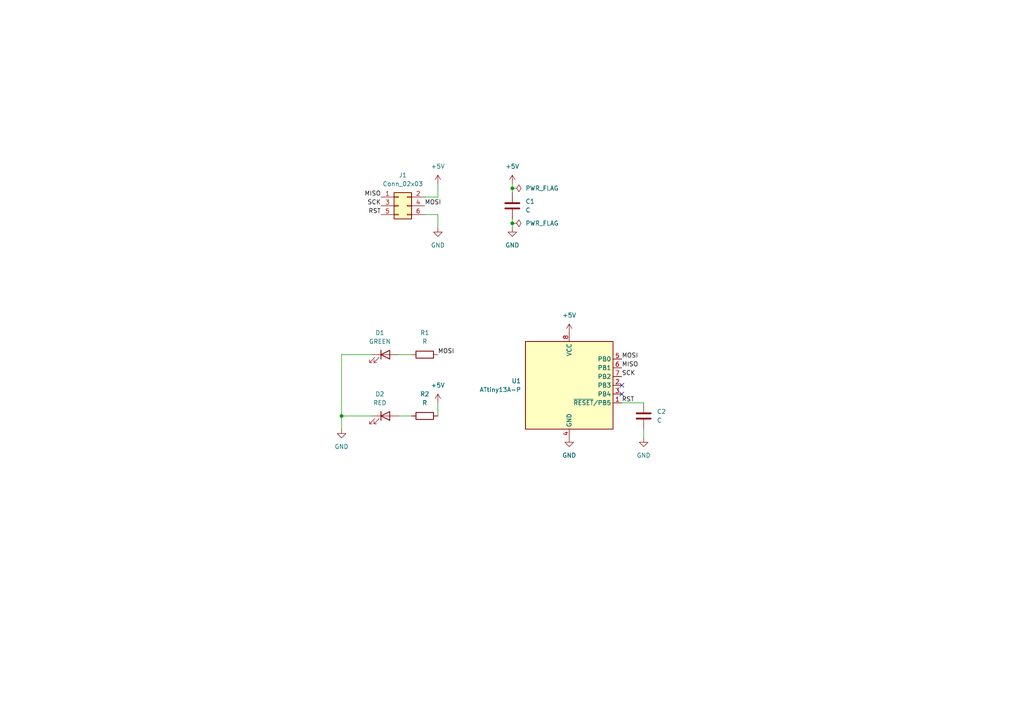
<source format=kicad_sch>
(kicad_sch (version 20211123) (generator eeschema)
  (paper "A4")
  (lib_symbols
    (symbol "Connector_Generic:Conn_02x03_Odd_Even" (pin_names (offset 1.016) hide)
      (property "Reference" "J" (at 1.27 5.08 0))
      (property "Value" "Conn_02x03_Odd_Even" (at 1.27 -5.08 0))
      (symbol "Conn_02x03_Odd_Even_1_1"
        (rectangle (start -1.27 -2.413) (end 0 -2.667) (stroke (width 0.1524)))
        (rectangle (start -1.27 0.127) (end 0 -0.127) (stroke (width 0.1524)))
        (rectangle (start -1.27 2.667) (end 0 2.413) (stroke (width 0.1524)))
        (rectangle (start -1.27 3.81) (end 3.81 -3.81) (stroke (width 0.254)) (fill (type background)))
        (rectangle (start 3.81 -2.413) (end 2.54 -2.667) (stroke (width 0.1524)))
        (rectangle (start 3.81 0.127) (end 2.54 -0.127) (stroke (width 0.1524)))
        (rectangle (start 3.81 2.667) (end 2.54 2.413) (stroke (width 0.1524)))
        (pin passive line (at -5.08 2.54 0) (length 3.81) (name "Pin_1") (number "1"))
        (pin passive line (at 7.62 2.54 180) (length 3.81) (name "Pin_2") (number "2"))
        (pin passive line (at -5.08 0 0) (length 3.81) (name "Pin_3") (number "3"))
        (pin passive line (at 7.62 0 180) (length 3.81) (name "Pin_4") (number "4"))
        (pin passive line (at -5.08 -2.54 0) (length 3.81) (name "Pin_5") (number "5"))
        (pin passive line (at 7.62 -2.54 180) (length 3.81) (name "Pin_6") (number "6"))
      )
    )
    (symbol "Device:C" (pin_numbers hide) (pin_names (offset 0.254))
      (property "Reference" "C" (at 0.635 2.54 0))
      (property "Value" "C" (at 0.635 -2.54 0))
      (symbol "C_0_1"
        (polyline (pts (xy -2.032 -0.762) (xy 2.032 -0.762)) (stroke (width 0.508)))
        (polyline (pts (xy -2.032 0.762) (xy 2.032 0.762)) (stroke (width 0.508)))
      )
      (symbol "C_1_1"
        (pin passive line (at 0 3.81 270) (length 2.794) (name "~") (number "1"))
        (pin passive line (at 0 -3.81 90) (length 2.794) (name "~") (number "2"))
      )
    )
    (symbol "Device:LED" (pin_numbers hide) (pin_names (offset 1.016) hide)
      (property "Reference" "D" (at 0 2.54 0))
      (property "Value" "LED" (at 0 -2.54 0))
      (symbol "LED_0_1"
        (polyline (pts (xy -1.27 -1.27) (xy -1.27 1.27)) (stroke (width 0.254)))
        (polyline (pts (xy -1.27 0) (xy 1.27 0)))
        (polyline (pts (xy 1.27 -1.27) (xy 1.27 1.27) (xy -1.27 0) (xy 1.27 -1.27)) (stroke (width 0.254)))
        (polyline (pts (xy -3.048 -0.762) (xy -4.572 -2.286) (xy -3.81 -2.286) (xy -4.572 -2.286) (xy -4.572 -1.524)))
        (polyline (pts (xy -1.778 -0.762) (xy -3.302 -2.286) (xy -2.54 -2.286) (xy -3.302 -2.286) (xy -3.302 -1.524)))
      )
      (symbol "LED_1_1"
        (pin passive line (at -3.81 0 0) (length 2.54) (name "K") (number "1"))
        (pin passive line (at 3.81 0 180) (length 2.54) (name "A") (number "2"))
      )
    )
    (symbol "Device:R" (pin_numbers hide) (pin_names (offset 0))
      (property "Reference" "R" (at 2.032 0 90))
      (property "Value" "R" (at 0 0 90))
      (symbol "R_0_1"
        (rectangle (start -1.016 -2.54) (end 1.016 2.54) (stroke (width 0.254)))
      )
      (symbol "R_1_1"
        (pin passive line (at 0 3.81 270) (length 1.27) (name "~") (number "1"))
        (pin passive line (at 0 -3.81 90) (length 1.27) (name "~") (number "2"))
      )
    )
    (symbol "MCU_Microchip_ATtiny:ATtiny13A-P"
      (property "Reference" "U" (at -12.7 13.97 0))
      (property "Value" "ATtiny13A-P" (at 2.54 -13.97 0))
      (symbol "ATtiny13A-P_0_1"
        (rectangle (start -12.7 -12.7) (end 12.7 12.7) (stroke (width 0.254)) (fill (type background)))
      )
      (symbol "ATtiny13A-P_1_1"
        (pin bidirectional line (at 15.24 -5.08 180) (length 2.54) (name "~{RESET}/PB5") (number "1"))
        (pin bidirectional line (at 15.24 0 180) (length 2.54) (name "PB3") (number "2"))
        (pin bidirectional line (at 15.24 -2.54 180) (length 2.54) (name "PB4") (number "3"))
        (pin power_in line (at 0 -15.24 90) (length 2.54) (name "GND") (number "4"))
        (pin bidirectional line (at 15.24 7.62 180) (length 2.54) (name "PB0") (number "5"))
        (pin bidirectional line (at 15.24 5.08 180) (length 2.54) (name "PB1") (number "6"))
        (pin bidirectional line (at 15.24 2.54 180) (length 2.54) (name "PB2") (number "7"))
        (pin power_in line (at 0 15.24 270) (length 2.54) (name "VCC") (number "8"))
      )
    )
    (symbol "power:+5V" (power) (pin_names (offset 0))
      (property "Value" "+5V" (at 0 3.556 0))
      (symbol "+5V_0_1"
        (polyline (pts (xy -0.762 1.27) (xy 0 2.54)))
        (polyline (pts (xy 0 0) (xy 0 2.54)))
        (polyline (pts (xy 0 2.54) (xy 0.762 1.27)))
      )
      (symbol "+5V_1_1"
        (pin power_in line (at 0 0 90) (length 0) hide (name "+5V") (number "1"))
      )
    )
    (symbol "power:GND" (power) (pin_names (offset 0))
      (property "Value" "GND" (at 0 -3.81 0))
      (symbol "GND_0_1"
        (polyline (pts (xy 0 0) (xy 0 -1.27) (xy 1.27 -1.27) (xy 0 -2.54) (xy -1.27 -1.27) (xy 0 -1.27)))
      )
      (symbol "GND_1_1"
        (pin power_in line (at 0 0 270) (length 0) hide (name "GND") (number "1"))
      )
    )
    (symbol "power:PWR_FLAG" (power) (pin_numbers hide) (pin_names (offset 0) hide)
      (property "Value" "PWR_FLAG" (at 0 3.81 0))
      (symbol "PWR_FLAG_0_0"
        (pin power_out line (at 0 0 90) (length 0) (name "pwr") (number "1"))
      )
      (symbol "PWR_FLAG_0_1"
        (polyline (pts (xy 0 0) (xy 0 1.27) (xy -1.016 1.905) (xy 0 2.54) (xy 1.016 1.905) (xy 0 1.27)))
      )
    )
  )
  (junction (at 148.59 54.61))
  (junction (at 99.06 120.65))
  (junction (at 148.59 64.77))
  (no_connect (at 180.34 111.76))
  (no_connect (at 180.34 114.3))
  (wire (pts (xy 99.06 102.87) (xy 99.06 120.65)))
  (wire (pts (xy 148.59 64.77) (xy 148.59 66.04)))
  (wire (pts (xy 148.59 54.61) (xy 148.59 55.88)))
  (wire (pts (xy 127 62.23) (xy 127 66.04)))
  (wire (pts (xy 99.06 120.65) (xy 99.06 124.46)))
  (wire (pts (xy 115.57 120.65) (xy 119.38 120.65)))
  (wire (pts (xy 127 116.84) (xy 127 120.65)))
  (wire (pts (xy 107.95 120.65) (xy 99.06 120.65)))
  (wire (pts (xy 127 53.34) (xy 127 57.15)))
  (wire (pts (xy 186.69 124.46) (xy 186.69 127)))
  (wire (pts (xy 119.38 102.87) (xy 115.57 102.87)))
  (wire (pts (xy 148.59 63.5) (xy 148.59 64.77)))
  (wire (pts (xy 180.34 116.84) (xy 186.69 116.84)))
  (wire (pts (xy 127 57.15) (xy 123.19 57.15)))
  (wire (pts (xy 107.95 102.87) (xy 99.06 102.87)))
  (wire (pts (xy 148.59 53.34) (xy 148.59 54.61)))
  (wire (pts (xy 123.19 62.23) (xy 127 62.23)))
  (label "MOSI" (at 180.34 104.14 0))
  (label "RST" (at 180.34 116.84 0))
  (label "MOSI" (at 127 102.87 0))
  (label "MOSI" (at 123.19 59.69 0))
  (label "MISO" (at 180.34 106.68 0))
  (label "SCK" (at 180.34 109.22 0))
  (label "RST" (at 110.49 62.23 180))
  (label "SCK" (at 110.49 59.69 180))
  (label "MISO" (at 110.49 57.15 180))
  (symbol (lib_id "power:+5V") (at 148.59 53.34 0) (unit 1)
    (property "Reference" "#PWR05" (effects hide))
    (property "Value" "+5V" (at 148.59 48.26 0))
  )
  (symbol (lib_id "MCU_Microchip_ATtiny:ATtiny13A-P") (at 165.1 111.76 0) (unit 1)
    (property "Reference" "U1" (at 151.13 110.4899 0) (effects (justify right)))
    (property "Value" "ATtiny13A-P" (at 151.13 113.0299 0) (effects (justify right)))
    (property "Footprint" "Package_DIP:DIP-8_W7.62mm" (effects hide))
    (property "Datasheet" "http://ww1.microchip.com/downloads/en/DeviceDoc/doc8126.pdf" (effects hide))
  )
  (symbol (lib_id "Device:LED") (at 111.76 102.87 0) (unit 1)
    (property "Reference" "D1" (at 110.1725 96.52 0))
    (property "Value" "GREEN" (at 110.1725 99.06 0))
    (property "Footprint" "LED_SMD:LED_2512_6332Metric_Pad1.52x3.35mm_HandSolder" (effects hide))
  )
  (symbol (lib_id "Device:C") (at 186.69 120.65 0) (unit 1)
    (property "Reference" "C2" (at 190.5 119.3799 0) (effects (justify left)))
    (property "Value" "C" (at 190.5 121.9199 0) (effects (justify left)))
    (property "Footprint" "Capacitor_THT:C_Radial_D5.0mm_H5.0mm_P2.00mm" (effects hide))
  )
  (symbol (lib_id "power:+5V") (at 165.1 96.52 0) (unit 1)
    (property "Reference" "#PWR07" (effects hide))
    (property "Value" "+5V" (at 165.1 91.44 0))
  )
  (symbol (lib_id "power:GND") (at 99.06 124.46 0) (unit 1)
    (property "Reference" "#PWR01" (effects hide))
    (property "Value" "GND" (at 99.06 129.54 0))
  )
  (symbol (lib_id "power:+5V") (at 127 53.34 0) (unit 1)
    (property "Reference" "#PWR03" (effects hide))
    (property "Value" "+5V" (at 127 48.26 0))
  )
  (symbol (lib_id "power:PWR_FLAG") (at 148.59 64.77 270) (unit 1)
    (property "Reference" "#FLG02" (effects hide))
    (property "Value" "PWR_FLAG" (at 152.4 64.7699 90) (effects (justify left)))
  )
  (symbol (lib_id "Device:C") (at 148.59 59.69 0) (unit 1)
    (property "Reference" "C1" (at 152.4 58.4199 0) (effects (justify left)))
    (property "Value" "C" (at 152.4 60.9599 0) (effects (justify left)))
    (property "Footprint" "Capacitor_THT:C_Radial_D5.0mm_H5.0mm_P2.00mm" (effects hide))
  )
  (symbol (lib_id "Device:LED") (at 111.76 120.65 0) (unit 1)
    (property "Reference" "D2" (at 110.1725 114.3 0))
    (property "Value" "RED" (at 110.1725 116.84 0))
    (property "Footprint" "LED_SMD:LED_2512_6332Metric_Pad1.52x3.35mm_HandSolder" (effects hide))
  )
  (symbol (lib_id "power:GND") (at 186.69 127 0) (unit 1)
    (property "Reference" "#PWR09" (effects hide))
    (property "Value" "GND" (at 186.69 132.08 0))
  )
  (symbol (lib_id "Device:R") (at 123.19 120.65 90) (unit 1)
    (property "Reference" "R2" (at 123.19 114.3 90))
    (property "Value" "R" (at 123.19 116.84 90))
    (property "Footprint" "Resistor_THT:R_Axial_DIN0207_L6.3mm_D2.5mm_P7.62mm_Horizontal" (effects hide))
  )
  (symbol (lib_id "Device:R") (at 123.19 102.87 90) (unit 1)
    (property "Reference" "R1" (at 123.19 96.52 90))
    (property "Value" "R" (at 123.19 99.06 90))
    (property "Footprint" "Resistor_THT:R_Axial_DIN0207_L6.3mm_D2.5mm_P7.62mm_Horizontal" (effects hide))
  )
  (symbol (lib_id "power:PWR_FLAG") (at 148.59 54.61 270) (unit 1)
    (property "Reference" "#FLG01" (effects hide))
    (property "Value" "PWR_FLAG" (at 152.4 54.6099 90) (effects (justify left)))
  )
  (symbol (lib_id "power:GND") (at 148.59 66.04 0) (unit 1)
    (property "Reference" "#PWR06" (effects hide))
    (property "Value" "GND" (at 148.59 71.12 0))
  )
  (symbol (lib_id "power:GND") (at 127 66.04 0) (unit 1)
    (property "Reference" "#PWR04" (effects hide))
    (property "Value" "GND" (at 127 71.12 0))
  )
  (symbol (lib_id "Connector_Generic:Conn_02x03_Odd_Even") (at 115.57 59.69 0) (unit 1)
    (property "Reference" "J1" (at 116.84 50.8 0))
    (property "Value" "Conn_02x03" (at 116.84 53.34 0))
    (property "Footprint" "Connector_IDC:IDC-Header_2x03_P2.54mm_Vertical" (effects hide))
  )
  (symbol (lib_id "power:GND") (at 165.1 127 0) (unit 1)
    (property "Reference" "#PWR08" (effects hide))
    (property "Value" "GND" (at 165.1 132.08 0))
  )
  (symbol (lib_id "power:+5V") (at 127 116.84 0) (unit 1)
    (property "Reference" "#PWR02" (effects hide))
    (property "Value" "+5V" (at 127 111.76 0))
  )
)
</source>
